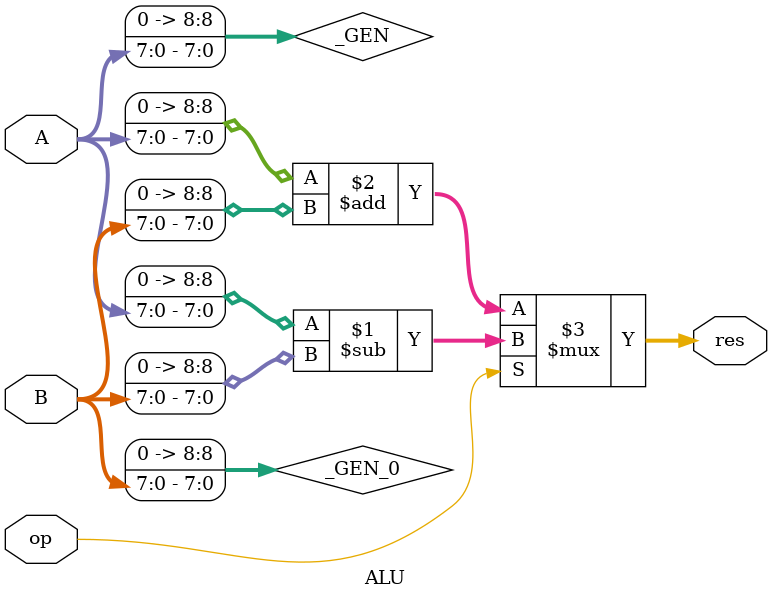
<source format=v>
module ALU(	// file.cleaned.mlir:2:3
  input        op,	// file.cleaned.mlir:2:21
  input  [7:0] A,	// file.cleaned.mlir:2:34
               B,	// file.cleaned.mlir:2:46
  output [8:0] res	// file.cleaned.mlir:2:59
);

  wire [8:0] _GEN = {1'h0, A};	// file.cleaned.mlir:3:14, :4:10
  wire [8:0] _GEN_0 = {1'h0, B};	// file.cleaned.mlir:3:14, :5:10
  assign res = op ? _GEN - _GEN_0 : _GEN + _GEN_0;	// file.cleaned.mlir:4:10, :5:10, :6:10, :7:10, :8:10, :9:5
endmodule


</source>
